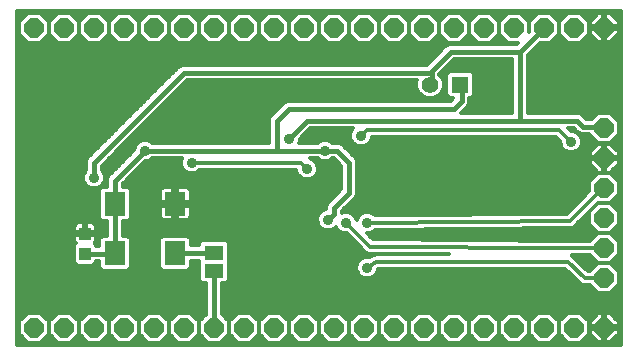
<source format=gbl>
G75*
G70*
%OFA0B0*%
%FSLAX24Y24*%
%IPPOS*%
%LPD*%
%AMOC8*
5,1,8,0,0,1.08239X$1,22.5*
%
%ADD10OC8,0.0640*%
%ADD11R,0.0709X0.0787*%
%ADD12R,0.0630X0.0460*%
%ADD13R,0.0394X0.0433*%
%ADD14R,0.0555X0.0555*%
%ADD15C,0.0555*%
%ADD16C,0.0120*%
%ADD17C,0.0350*%
%ADD18C,0.0160*%
D10*
X003006Y001161D03*
X004006Y001161D03*
X005006Y001161D03*
X006006Y001161D03*
X007006Y001161D03*
X008006Y001161D03*
X009006Y001161D03*
X010006Y001161D03*
X011006Y001161D03*
X012006Y001161D03*
X013006Y001161D03*
X014006Y001161D03*
X015006Y001161D03*
X016006Y001161D03*
X017006Y001161D03*
X018006Y001161D03*
X019006Y001161D03*
X020006Y001161D03*
X021006Y001161D03*
X022006Y001161D03*
X022006Y002811D03*
X022006Y003811D03*
X022006Y004811D03*
X022006Y005811D03*
X022006Y006811D03*
X022006Y007811D03*
X022006Y011161D03*
X021006Y011161D03*
X020006Y011161D03*
X019006Y011161D03*
X018006Y011161D03*
X017006Y011161D03*
X016006Y011161D03*
X015006Y011161D03*
X014006Y011161D03*
X013006Y011161D03*
X012006Y011161D03*
X011006Y011161D03*
X010006Y011161D03*
X009006Y011161D03*
X008006Y011161D03*
X007006Y011161D03*
X006006Y011161D03*
X005006Y011161D03*
X004006Y011161D03*
X003006Y011161D03*
D11*
X005706Y005288D03*
X007706Y005288D03*
X007706Y003634D03*
X005706Y003634D03*
D12*
X009006Y003661D03*
X009006Y003061D03*
D13*
X004706Y003627D03*
X004706Y004296D03*
D14*
X017206Y009261D03*
D15*
X016206Y009261D03*
D16*
X002436Y011731D02*
X002436Y000591D01*
X022576Y000591D01*
X022576Y011731D01*
X002436Y011731D01*
X002436Y011660D02*
X002797Y011660D01*
X002799Y011661D02*
X002506Y011368D01*
X002506Y010954D01*
X002799Y010661D01*
X003213Y010661D01*
X003506Y010954D01*
X003799Y010661D01*
X004213Y010661D01*
X004506Y010954D01*
X004799Y010661D01*
X005213Y010661D01*
X005506Y010954D01*
X005799Y010661D01*
X006213Y010661D01*
X006506Y010954D01*
X006799Y010661D01*
X007213Y010661D01*
X007506Y010954D01*
X007799Y010661D01*
X008213Y010661D01*
X008506Y010954D01*
X008799Y010661D01*
X009213Y010661D01*
X009506Y010954D01*
X009799Y010661D01*
X010213Y010661D01*
X010506Y010954D01*
X010799Y010661D01*
X011213Y010661D01*
X011506Y010954D01*
X011799Y010661D01*
X012213Y010661D01*
X012506Y010954D01*
X012799Y010661D01*
X013213Y010661D01*
X013506Y010954D01*
X013799Y010661D01*
X014213Y010661D01*
X014506Y010954D01*
X014799Y010661D01*
X015213Y010661D01*
X015506Y010954D01*
X015799Y010661D01*
X016213Y010661D01*
X016506Y010954D01*
X016799Y010661D01*
X017213Y010661D01*
X017506Y010954D01*
X017799Y010661D01*
X018213Y010661D01*
X018506Y010954D01*
X018799Y010661D01*
X019138Y010661D01*
X019098Y010621D01*
X016854Y010621D01*
X016758Y010582D01*
X016685Y010509D01*
X016098Y009921D01*
X007954Y009921D01*
X007858Y009882D01*
X007785Y009809D01*
X004785Y006809D01*
X004746Y006713D01*
X004746Y006610D01*
X004746Y006403D01*
X004705Y006362D01*
X004651Y006232D01*
X004651Y006091D01*
X004705Y005960D01*
X004805Y005860D01*
X004935Y005806D01*
X005076Y005806D01*
X005207Y005860D01*
X005307Y005960D01*
X005361Y006091D01*
X005361Y006232D01*
X005307Y006362D01*
X005266Y006403D01*
X005266Y006554D01*
X008113Y009401D01*
X015769Y009401D01*
X015748Y009352D01*
X015748Y009170D01*
X015818Y009002D01*
X015946Y008873D01*
X016115Y008804D01*
X016297Y008804D01*
X016465Y008873D01*
X016593Y009002D01*
X016663Y009170D01*
X016663Y009352D01*
X016593Y009520D01*
X016516Y009598D01*
X016516Y009604D01*
X017013Y010101D01*
X018946Y010101D01*
X018946Y008321D01*
X017233Y008321D01*
X017403Y008491D01*
X017476Y008564D01*
X017516Y008660D01*
X017516Y008804D01*
X017558Y008804D01*
X017663Y008909D01*
X017663Y009613D01*
X017558Y009719D01*
X016854Y009719D01*
X016748Y009613D01*
X016748Y008909D01*
X016854Y008804D01*
X016981Y008804D01*
X016898Y008721D01*
X011557Y008721D01*
X011454Y008721D01*
X011358Y008682D01*
X010958Y008282D01*
X010885Y008209D01*
X010846Y008113D01*
X010846Y007321D01*
X006948Y007321D01*
X006907Y007362D01*
X006776Y007416D01*
X006635Y007416D01*
X006505Y007362D01*
X006405Y007262D01*
X006351Y007132D01*
X006351Y007074D01*
X005485Y006209D01*
X005446Y006113D01*
X005446Y006010D01*
X005446Y005862D01*
X005277Y005862D01*
X005171Y005756D01*
X005171Y004820D01*
X005277Y004714D01*
X005446Y004714D01*
X005446Y004208D01*
X005277Y004208D01*
X005171Y004103D01*
X005171Y003887D01*
X005082Y003887D01*
X005082Y003918D01*
X005025Y003975D01*
X005031Y003981D01*
X005052Y004018D01*
X005062Y004058D01*
X005062Y004257D01*
X004744Y004257D01*
X004744Y004334D01*
X005062Y004334D01*
X005062Y004534D01*
X005052Y004574D01*
X005031Y004611D01*
X005001Y004640D01*
X004964Y004661D01*
X004924Y004672D01*
X004744Y004672D01*
X004744Y004335D01*
X004667Y004335D01*
X004667Y004672D01*
X004488Y004672D01*
X004447Y004661D01*
X004411Y004640D01*
X004381Y004611D01*
X004360Y004574D01*
X004349Y004534D01*
X004349Y004334D01*
X004667Y004334D01*
X004667Y004257D01*
X004349Y004257D01*
X004349Y004058D01*
X004360Y004018D01*
X004381Y003981D01*
X004387Y003975D01*
X004329Y003918D01*
X004329Y003336D01*
X004434Y003230D01*
X004977Y003230D01*
X005082Y003336D01*
X005082Y003367D01*
X005171Y003367D01*
X005171Y003166D01*
X005277Y003061D01*
X006135Y003061D01*
X006240Y003166D01*
X006240Y004103D01*
X006135Y004208D01*
X005966Y004208D01*
X005966Y004714D01*
X006135Y004714D01*
X006240Y004820D01*
X006240Y005756D01*
X006135Y005862D01*
X005966Y005862D01*
X005966Y005954D01*
X006718Y006706D01*
X006776Y006706D01*
X006907Y006760D01*
X006948Y006801D01*
X007929Y006801D01*
X007901Y006732D01*
X007901Y006591D01*
X007955Y006460D01*
X008055Y006360D01*
X008185Y006306D01*
X008326Y006306D01*
X008457Y006360D01*
X008518Y006421D01*
X011751Y006421D01*
X011751Y006391D01*
X011805Y006260D01*
X011905Y006160D01*
X012035Y006106D01*
X012176Y006106D01*
X012307Y006160D01*
X012407Y006260D01*
X012461Y006391D01*
X012461Y006532D01*
X012407Y006662D01*
X012307Y006762D01*
X012212Y006801D01*
X012464Y006801D01*
X012505Y006760D01*
X012635Y006706D01*
X012776Y006706D01*
X012907Y006760D01*
X012948Y006801D01*
X012998Y006801D01*
X013246Y006554D01*
X013246Y005769D01*
X012858Y005382D01*
X012785Y005309D01*
X012746Y005213D01*
X012746Y005116D01*
X012735Y005116D01*
X012605Y005062D01*
X012505Y004962D01*
X012451Y004832D01*
X012451Y004691D01*
X012505Y004560D01*
X012605Y004460D01*
X012735Y004406D01*
X012876Y004406D01*
X013007Y004460D01*
X013076Y004530D01*
X013105Y004460D01*
X013205Y004360D01*
X013335Y004306D01*
X013421Y004306D01*
X014036Y003692D01*
X014068Y003659D01*
X014069Y003658D01*
X014070Y003658D01*
X014111Y003641D01*
X014156Y003622D01*
X014157Y003622D01*
X014158Y003621D01*
X014202Y003621D01*
X016832Y003601D01*
X014429Y003601D01*
X014406Y003606D01*
X014382Y003601D01*
X014358Y003601D01*
X014336Y003592D01*
X014312Y003587D01*
X014292Y003574D01*
X014270Y003565D01*
X014253Y003548D01*
X014194Y003509D01*
X014176Y003516D01*
X014035Y003516D01*
X013905Y003462D01*
X013805Y003362D01*
X013751Y003232D01*
X013751Y003091D01*
X013805Y002960D01*
X013905Y002860D01*
X014035Y002806D01*
X014176Y002806D01*
X014307Y002860D01*
X014407Y002960D01*
X014461Y003091D01*
X014461Y003109D01*
X014478Y003121D01*
X020706Y003121D01*
X021220Y002608D01*
X021308Y002571D01*
X021403Y002571D01*
X021539Y002571D01*
X021799Y002311D01*
X022213Y002311D01*
X022506Y002604D01*
X022506Y003018D01*
X022213Y003311D01*
X021799Y003311D01*
X022213Y003311D01*
X022506Y003604D01*
X022506Y004018D01*
X022213Y004311D01*
X021799Y004311D01*
X021539Y004051D01*
X020759Y004051D01*
X014306Y004100D01*
X014100Y004306D01*
X014176Y004306D01*
X014307Y004360D01*
X014370Y004423D01*
X020857Y004471D01*
X020903Y004471D01*
X020904Y004472D01*
X020905Y004472D01*
X020948Y004490D01*
X020992Y004508D01*
X020992Y004508D01*
X020993Y004509D01*
X021025Y004542D01*
X021797Y005313D01*
X021799Y005311D01*
X022213Y005311D01*
X021799Y005311D01*
X021506Y005018D01*
X021506Y004604D01*
X021799Y004311D01*
X022213Y004311D01*
X022506Y004604D01*
X022506Y005018D01*
X022213Y005311D01*
X022506Y005604D01*
X022506Y006018D01*
X022213Y006311D01*
X021799Y006311D01*
X021506Y006018D01*
X021506Y005701D01*
X020756Y004950D01*
X014366Y004903D01*
X014307Y004962D01*
X014176Y005016D01*
X014035Y005016D01*
X013905Y004962D01*
X013805Y004862D01*
X013756Y004744D01*
X013707Y004862D01*
X013607Y004962D01*
X013476Y005016D01*
X013335Y005016D01*
X013266Y004987D01*
X013266Y005013D01*
X013266Y005054D01*
X013726Y005514D01*
X013766Y005610D01*
X013766Y005713D01*
X013766Y006713D01*
X013726Y006809D01*
X013653Y006882D01*
X013253Y007282D01*
X013157Y007321D01*
X013054Y007321D01*
X012948Y007321D01*
X012907Y007362D01*
X012776Y007416D01*
X012635Y007416D01*
X012505Y007362D01*
X012464Y007321D01*
X011832Y007321D01*
X011861Y007391D01*
X011861Y007449D01*
X012213Y007801D01*
X013644Y007801D01*
X013605Y007762D01*
X013551Y007632D01*
X013551Y007491D01*
X013605Y007360D01*
X013705Y007260D01*
X013835Y007206D01*
X013976Y007206D01*
X014107Y007260D01*
X014207Y007360D01*
X014261Y007491D01*
X014261Y007521D01*
X020406Y007521D01*
X020551Y007377D01*
X020551Y007291D01*
X020605Y007160D01*
X020705Y007060D01*
X020835Y007006D01*
X020976Y007006D01*
X021107Y007060D01*
X021207Y007160D01*
X021261Y007291D01*
X021261Y007432D01*
X021207Y007562D01*
X021107Y007662D01*
X020976Y007716D01*
X020890Y007716D01*
X020805Y007801D01*
X020998Y007801D01*
X021085Y007714D01*
X021158Y007641D01*
X021254Y007601D01*
X021509Y007601D01*
X021799Y007311D01*
X022213Y007311D01*
X022506Y007604D01*
X022506Y008018D01*
X022213Y008311D01*
X021799Y008311D01*
X021609Y008121D01*
X021413Y008121D01*
X021253Y008282D01*
X021157Y008321D01*
X021054Y008321D01*
X019466Y008321D01*
X019466Y010254D01*
X019873Y010661D01*
X020213Y010661D01*
X020506Y010954D01*
X020799Y010661D01*
X021213Y010661D01*
X021506Y010954D01*
X021506Y011368D01*
X021213Y011661D01*
X020799Y011661D01*
X020506Y011368D01*
X020213Y011661D01*
X019799Y011661D01*
X019506Y011368D01*
X019213Y011661D01*
X018799Y011661D01*
X018506Y011368D01*
X018506Y010954D01*
X018506Y011368D01*
X018213Y011661D01*
X017799Y011661D01*
X017506Y011368D01*
X017213Y011661D01*
X016799Y011661D01*
X016506Y011368D01*
X016213Y011661D01*
X015799Y011661D01*
X015506Y011368D01*
X015213Y011661D01*
X014799Y011661D01*
X014506Y011368D01*
X014213Y011661D01*
X013799Y011661D01*
X013506Y011368D01*
X013213Y011661D01*
X012799Y011661D01*
X012506Y011368D01*
X012213Y011661D01*
X011799Y011661D01*
X011506Y011368D01*
X011213Y011661D01*
X010799Y011661D01*
X010506Y011368D01*
X010213Y011661D01*
X009799Y011661D01*
X009506Y011368D01*
X009213Y011661D01*
X008799Y011661D01*
X008506Y011368D01*
X008213Y011661D01*
X007799Y011661D01*
X007506Y011368D01*
X007213Y011661D01*
X006799Y011661D01*
X006506Y011368D01*
X006213Y011661D01*
X005799Y011661D01*
X005506Y011368D01*
X005213Y011661D01*
X004799Y011661D01*
X004506Y011368D01*
X004213Y011661D01*
X003799Y011661D01*
X003506Y011368D01*
X003213Y011661D01*
X002799Y011661D01*
X002679Y011541D02*
X002436Y011541D01*
X002436Y011423D02*
X002560Y011423D01*
X002506Y011304D02*
X002436Y011304D01*
X002436Y011186D02*
X002506Y011186D01*
X002506Y011067D02*
X002436Y011067D01*
X002436Y010949D02*
X002511Y010949D01*
X002436Y010830D02*
X002630Y010830D01*
X002748Y010712D02*
X002436Y010712D01*
X002436Y010593D02*
X016786Y010593D01*
X016748Y010712D02*
X016263Y010712D01*
X016382Y010830D02*
X016630Y010830D01*
X016511Y010949D02*
X016500Y010949D01*
X016506Y010954D02*
X016506Y011368D01*
X016506Y010954D01*
X016506Y011067D02*
X016506Y011067D01*
X016506Y011186D02*
X016506Y011186D01*
X016506Y011304D02*
X016506Y011304D01*
X016560Y011423D02*
X016451Y011423D01*
X016333Y011541D02*
X016679Y011541D01*
X016797Y011660D02*
X016214Y011660D01*
X015797Y011660D02*
X015214Y011660D01*
X015333Y011541D02*
X015679Y011541D01*
X015560Y011423D02*
X015451Y011423D01*
X015506Y011368D02*
X015506Y010954D01*
X015506Y011368D01*
X015506Y011304D02*
X015506Y011304D01*
X015506Y011186D02*
X015506Y011186D01*
X015506Y011067D02*
X015506Y011067D01*
X015500Y010949D02*
X015511Y010949D01*
X015630Y010830D02*
X015382Y010830D01*
X015263Y010712D02*
X015748Y010712D01*
X016414Y010237D02*
X002436Y010237D01*
X002436Y010119D02*
X016296Y010119D01*
X016177Y010000D02*
X002436Y010000D01*
X002436Y009882D02*
X007859Y009882D01*
X007740Y009763D02*
X002436Y009763D01*
X002436Y009645D02*
X007621Y009645D01*
X007503Y009526D02*
X002436Y009526D01*
X002436Y009408D02*
X007384Y009408D01*
X007266Y009289D02*
X002436Y009289D01*
X002436Y009171D02*
X007147Y009171D01*
X007029Y009052D02*
X002436Y009052D01*
X002436Y008933D02*
X006910Y008933D01*
X006792Y008815D02*
X002436Y008815D01*
X002436Y008696D02*
X006673Y008696D01*
X006555Y008578D02*
X002436Y008578D01*
X002436Y008459D02*
X006436Y008459D01*
X006317Y008341D02*
X002436Y008341D01*
X002436Y008222D02*
X006199Y008222D01*
X006080Y008104D02*
X002436Y008104D01*
X002436Y007985D02*
X005962Y007985D01*
X005843Y007867D02*
X002436Y007867D01*
X002436Y007748D02*
X005725Y007748D01*
X005606Y007629D02*
X002436Y007629D01*
X002436Y007511D02*
X005488Y007511D01*
X005369Y007392D02*
X002436Y007392D01*
X002436Y007274D02*
X005251Y007274D01*
X005132Y007155D02*
X002436Y007155D01*
X002436Y007037D02*
X005014Y007037D01*
X004895Y006918D02*
X002436Y006918D01*
X002436Y006800D02*
X004782Y006800D01*
X004746Y006681D02*
X002436Y006681D01*
X002436Y006563D02*
X004746Y006563D01*
X004746Y006444D02*
X002436Y006444D01*
X002436Y006326D02*
X004689Y006326D01*
X004651Y006207D02*
X002436Y006207D01*
X002436Y006088D02*
X004652Y006088D01*
X004701Y005970D02*
X002436Y005970D01*
X002436Y005851D02*
X004826Y005851D01*
X005185Y005851D02*
X005266Y005851D01*
X005311Y005970D02*
X005446Y005970D01*
X005446Y006088D02*
X005360Y006088D01*
X005361Y006207D02*
X005485Y006207D01*
X005602Y006326D02*
X005322Y006326D01*
X005266Y006444D02*
X005721Y006444D01*
X005839Y006563D02*
X005275Y006563D01*
X005393Y006681D02*
X005958Y006681D01*
X006076Y006800D02*
X005512Y006800D01*
X005630Y006918D02*
X006195Y006918D01*
X006314Y007037D02*
X005749Y007037D01*
X005867Y007155D02*
X006360Y007155D01*
X006416Y007274D02*
X005986Y007274D01*
X006104Y007392D02*
X006578Y007392D01*
X006834Y007392D02*
X010846Y007392D01*
X010846Y007511D02*
X006223Y007511D01*
X006342Y007629D02*
X010846Y007629D01*
X010846Y007748D02*
X006460Y007748D01*
X006579Y007867D02*
X010846Y007867D01*
X010846Y007985D02*
X006697Y007985D01*
X006816Y008104D02*
X010846Y008104D01*
X010899Y008222D02*
X006934Y008222D01*
X007053Y008341D02*
X011017Y008341D01*
X011136Y008459D02*
X007171Y008459D01*
X007290Y008578D02*
X011255Y008578D01*
X011394Y008696D02*
X007408Y008696D01*
X007527Y008815D02*
X016088Y008815D01*
X015886Y008933D02*
X007646Y008933D01*
X007764Y009052D02*
X015797Y009052D01*
X015748Y009171D02*
X007883Y009171D01*
X008001Y009289D02*
X015748Y009289D01*
X016324Y008815D02*
X016842Y008815D01*
X016748Y008933D02*
X016525Y008933D01*
X016614Y009052D02*
X016748Y009052D01*
X016748Y009171D02*
X016663Y009171D01*
X016663Y009289D02*
X016748Y009289D01*
X016748Y009408D02*
X016640Y009408D01*
X016588Y009526D02*
X016748Y009526D01*
X016780Y009645D02*
X016557Y009645D01*
X016675Y009763D02*
X018946Y009763D01*
X018946Y009645D02*
X017632Y009645D01*
X017663Y009526D02*
X018946Y009526D01*
X018946Y009408D02*
X017663Y009408D01*
X017663Y009289D02*
X018946Y009289D01*
X018946Y009171D02*
X017663Y009171D01*
X017663Y009052D02*
X018946Y009052D01*
X018946Y008933D02*
X017663Y008933D01*
X017569Y008815D02*
X018946Y008815D01*
X018946Y008696D02*
X017516Y008696D01*
X017482Y008578D02*
X018946Y008578D01*
X018946Y008459D02*
X017371Y008459D01*
X017403Y008491D02*
X017403Y008491D01*
X017253Y008341D02*
X018946Y008341D01*
X019466Y008341D02*
X022576Y008341D01*
X022576Y008459D02*
X019466Y008459D01*
X019466Y008578D02*
X022576Y008578D01*
X022576Y008696D02*
X019466Y008696D01*
X019466Y008815D02*
X022576Y008815D01*
X022576Y008933D02*
X019466Y008933D01*
X019466Y009052D02*
X022576Y009052D01*
X022576Y009171D02*
X019466Y009171D01*
X019466Y009289D02*
X022576Y009289D01*
X022576Y009408D02*
X019466Y009408D01*
X019466Y009526D02*
X022576Y009526D01*
X022576Y009645D02*
X019466Y009645D01*
X019466Y009763D02*
X022576Y009763D01*
X022576Y009882D02*
X019466Y009882D01*
X019466Y010000D02*
X022576Y010000D01*
X022576Y010119D02*
X019466Y010119D01*
X019466Y010237D02*
X022576Y010237D01*
X022576Y010356D02*
X019568Y010356D01*
X019687Y010475D02*
X022576Y010475D01*
X022576Y010593D02*
X019805Y010593D01*
X020263Y010712D02*
X020748Y010712D01*
X020630Y010830D02*
X020382Y010830D01*
X020500Y010949D02*
X020511Y010949D01*
X020506Y010954D02*
X020506Y011368D01*
X020506Y010954D01*
X020506Y011067D02*
X020506Y011067D01*
X020506Y011186D02*
X020506Y011186D01*
X020506Y011304D02*
X020506Y011304D01*
X020560Y011423D02*
X020451Y011423D01*
X020333Y011541D02*
X020679Y011541D01*
X020797Y011660D02*
X020214Y011660D01*
X019797Y011660D02*
X019214Y011660D01*
X019333Y011541D02*
X019679Y011541D01*
X019560Y011423D02*
X019451Y011423D01*
X019506Y011368D02*
X019506Y011029D01*
X019506Y011029D01*
X019506Y011368D01*
X019506Y011304D02*
X019506Y011304D01*
X019506Y011186D02*
X019506Y011186D01*
X019506Y011067D02*
X019506Y011067D01*
X018748Y010712D02*
X018263Y010712D01*
X018382Y010830D02*
X018630Y010830D01*
X018511Y010949D02*
X018500Y010949D01*
X018506Y011067D02*
X018506Y011067D01*
X018506Y011186D02*
X018506Y011186D01*
X018506Y011304D02*
X018506Y011304D01*
X018560Y011423D02*
X018451Y011423D01*
X018333Y011541D02*
X018679Y011541D01*
X018797Y011660D02*
X018214Y011660D01*
X017797Y011660D02*
X017214Y011660D01*
X017333Y011541D02*
X017679Y011541D01*
X017560Y011423D02*
X017451Y011423D01*
X017506Y011368D02*
X017506Y010954D01*
X017506Y011368D01*
X017506Y011304D02*
X017506Y011304D01*
X017506Y011186D02*
X017506Y011186D01*
X017506Y011067D02*
X017506Y011067D01*
X017500Y010949D02*
X017511Y010949D01*
X017630Y010830D02*
X017382Y010830D01*
X017263Y010712D02*
X017748Y010712D01*
X016912Y010000D02*
X018946Y010000D01*
X018946Y009882D02*
X016794Y009882D01*
X016533Y010356D02*
X002436Y010356D01*
X002436Y010475D02*
X016651Y010475D01*
X014748Y010712D02*
X014263Y010712D01*
X014382Y010830D02*
X014630Y010830D01*
X014511Y010949D02*
X014500Y010949D01*
X014506Y010954D02*
X014506Y011368D01*
X014506Y010954D01*
X014506Y011067D02*
X014506Y011067D01*
X014506Y011186D02*
X014506Y011186D01*
X014506Y011304D02*
X014506Y011304D01*
X014560Y011423D02*
X014451Y011423D01*
X014333Y011541D02*
X014679Y011541D01*
X014797Y011660D02*
X014214Y011660D01*
X013797Y011660D02*
X013214Y011660D01*
X013333Y011541D02*
X013679Y011541D01*
X013560Y011423D02*
X013451Y011423D01*
X013506Y011368D02*
X013506Y010954D01*
X013506Y011368D01*
X013506Y011304D02*
X013506Y011304D01*
X013506Y011186D02*
X013506Y011186D01*
X013506Y011067D02*
X013506Y011067D01*
X013500Y010949D02*
X013511Y010949D01*
X013630Y010830D02*
X013382Y010830D01*
X013263Y010712D02*
X013748Y010712D01*
X012748Y010712D02*
X012263Y010712D01*
X012382Y010830D02*
X012630Y010830D01*
X012511Y010949D02*
X012500Y010949D01*
X012506Y010954D02*
X012506Y011368D01*
X012506Y010954D01*
X012506Y011067D02*
X012506Y011067D01*
X012506Y011186D02*
X012506Y011186D01*
X012506Y011304D02*
X012506Y011304D01*
X012560Y011423D02*
X012451Y011423D01*
X012333Y011541D02*
X012679Y011541D01*
X012797Y011660D02*
X012214Y011660D01*
X011797Y011660D02*
X011214Y011660D01*
X011333Y011541D02*
X011679Y011541D01*
X011560Y011423D02*
X011451Y011423D01*
X011506Y011368D02*
X011506Y010954D01*
X011506Y011368D01*
X011506Y011304D02*
X011506Y011304D01*
X011506Y011186D02*
X011506Y011186D01*
X011506Y011067D02*
X011506Y011067D01*
X011500Y010949D02*
X011511Y010949D01*
X011630Y010830D02*
X011382Y010830D01*
X011263Y010712D02*
X011748Y010712D01*
X010748Y010712D02*
X010263Y010712D01*
X010382Y010830D02*
X010630Y010830D01*
X010511Y010949D02*
X010500Y010949D01*
X010506Y010954D02*
X010506Y011368D01*
X010506Y010954D01*
X010506Y011067D02*
X010506Y011067D01*
X010506Y011186D02*
X010506Y011186D01*
X010506Y011304D02*
X010506Y011304D01*
X010560Y011423D02*
X010451Y011423D01*
X010333Y011541D02*
X010679Y011541D01*
X010797Y011660D02*
X010214Y011660D01*
X009797Y011660D02*
X009214Y011660D01*
X009333Y011541D02*
X009679Y011541D01*
X009560Y011423D02*
X009451Y011423D01*
X009506Y011368D02*
X009506Y010954D01*
X009506Y011368D01*
X009506Y011304D02*
X009506Y011304D01*
X009506Y011186D02*
X009506Y011186D01*
X009506Y011067D02*
X009506Y011067D01*
X009500Y010949D02*
X009511Y010949D01*
X009630Y010830D02*
X009382Y010830D01*
X009263Y010712D02*
X009748Y010712D01*
X008748Y010712D02*
X008263Y010712D01*
X008382Y010830D02*
X008630Y010830D01*
X008511Y010949D02*
X008500Y010949D01*
X008506Y010954D02*
X008506Y011368D01*
X008506Y010954D01*
X008506Y011067D02*
X008506Y011067D01*
X008506Y011186D02*
X008506Y011186D01*
X008506Y011304D02*
X008506Y011304D01*
X008560Y011423D02*
X008451Y011423D01*
X008333Y011541D02*
X008679Y011541D01*
X008797Y011660D02*
X008214Y011660D01*
X007797Y011660D02*
X007214Y011660D01*
X007333Y011541D02*
X007679Y011541D01*
X007560Y011423D02*
X007451Y011423D01*
X007506Y011368D02*
X007506Y010954D01*
X007506Y011368D01*
X007506Y011304D02*
X007506Y011304D01*
X007506Y011186D02*
X007506Y011186D01*
X007506Y011067D02*
X007506Y011067D01*
X007500Y010949D02*
X007511Y010949D01*
X007630Y010830D02*
X007382Y010830D01*
X007263Y010712D02*
X007748Y010712D01*
X006748Y010712D02*
X006263Y010712D01*
X006382Y010830D02*
X006630Y010830D01*
X006511Y010949D02*
X006500Y010949D01*
X006506Y010954D02*
X006506Y011368D01*
X006506Y010954D01*
X006506Y011067D02*
X006506Y011067D01*
X006506Y011186D02*
X006506Y011186D01*
X006506Y011304D02*
X006506Y011304D01*
X006560Y011423D02*
X006451Y011423D01*
X006333Y011541D02*
X006679Y011541D01*
X006797Y011660D02*
X006214Y011660D01*
X005797Y011660D02*
X005214Y011660D01*
X005333Y011541D02*
X005679Y011541D01*
X005560Y011423D02*
X005451Y011423D01*
X005506Y011368D02*
X005506Y010954D01*
X005506Y011368D01*
X005506Y011304D02*
X005506Y011304D01*
X005506Y011186D02*
X005506Y011186D01*
X005506Y011067D02*
X005506Y011067D01*
X005500Y010949D02*
X005511Y010949D01*
X005630Y010830D02*
X005382Y010830D01*
X005263Y010712D02*
X005748Y010712D01*
X004748Y010712D02*
X004263Y010712D01*
X004382Y010830D02*
X004630Y010830D01*
X004511Y010949D02*
X004500Y010949D01*
X004506Y010954D02*
X004506Y011368D01*
X004506Y010954D01*
X004506Y011067D02*
X004506Y011067D01*
X004506Y011186D02*
X004506Y011186D01*
X004506Y011304D02*
X004506Y011304D01*
X004560Y011423D02*
X004451Y011423D01*
X004333Y011541D02*
X004679Y011541D01*
X004797Y011660D02*
X004214Y011660D01*
X003797Y011660D02*
X003214Y011660D01*
X003333Y011541D02*
X003679Y011541D01*
X003560Y011423D02*
X003451Y011423D01*
X003506Y011368D02*
X003506Y010954D01*
X003506Y011368D01*
X003506Y011304D02*
X003506Y011304D01*
X003506Y011186D02*
X003506Y011186D01*
X003506Y011067D02*
X003506Y011067D01*
X003500Y010949D02*
X003511Y010949D01*
X003630Y010830D02*
X003382Y010830D01*
X003263Y010712D02*
X003748Y010712D01*
X006946Y006800D02*
X007929Y006800D01*
X007901Y006681D02*
X006693Y006681D01*
X006575Y006563D02*
X007912Y006563D01*
X007971Y006444D02*
X006456Y006444D01*
X006338Y006326D02*
X008139Y006326D01*
X008373Y006326D02*
X011778Y006326D01*
X011858Y006207D02*
X006219Y006207D01*
X006100Y006088D02*
X013246Y006088D01*
X013246Y005970D02*
X005982Y005970D01*
X006145Y005851D02*
X013246Y005851D01*
X013210Y005733D02*
X008212Y005733D01*
X008209Y005743D02*
X008220Y005703D01*
X008220Y005348D01*
X007766Y005348D01*
X007766Y005228D01*
X008220Y005228D01*
X008220Y004873D01*
X008209Y004833D01*
X008188Y004796D01*
X008158Y004766D01*
X008122Y004745D01*
X008081Y004734D01*
X007766Y004734D01*
X007766Y005228D01*
X007646Y005228D01*
X007646Y004734D01*
X007330Y004734D01*
X007290Y004745D01*
X007253Y004766D01*
X007223Y004796D01*
X007202Y004833D01*
X007191Y004873D01*
X007191Y005228D01*
X007646Y005228D01*
X007646Y005348D01*
X007766Y005348D01*
X007766Y005842D01*
X008081Y005842D01*
X008122Y005831D01*
X008158Y005810D01*
X008188Y005780D01*
X008209Y005743D01*
X008220Y005614D02*
X013091Y005614D01*
X012972Y005496D02*
X008220Y005496D01*
X008220Y005377D02*
X012854Y005377D01*
X012765Y005259D02*
X007766Y005259D01*
X007766Y005377D02*
X007646Y005377D01*
X007646Y005348D02*
X007646Y005842D01*
X007330Y005842D01*
X007290Y005831D01*
X007253Y005810D01*
X007223Y005780D01*
X007202Y005743D01*
X007191Y005703D01*
X007191Y005348D01*
X007646Y005348D01*
X007646Y005259D02*
X006240Y005259D01*
X006240Y005377D02*
X007191Y005377D01*
X007191Y005496D02*
X006240Y005496D01*
X006240Y005614D02*
X007191Y005614D01*
X007199Y005733D02*
X006240Y005733D01*
X006240Y005140D02*
X007191Y005140D01*
X007191Y005022D02*
X006240Y005022D01*
X006240Y004903D02*
X007191Y004903D01*
X007235Y004784D02*
X006205Y004784D01*
X005966Y004666D02*
X012461Y004666D01*
X012451Y004784D02*
X008176Y004784D01*
X008220Y004903D02*
X012480Y004903D01*
X012564Y005022D02*
X008220Y005022D01*
X008220Y005140D02*
X012746Y005140D01*
X013266Y005022D02*
X020827Y005022D01*
X020945Y005140D02*
X013352Y005140D01*
X013471Y005259D02*
X021064Y005259D01*
X021182Y005377D02*
X013589Y005377D01*
X013708Y005496D02*
X021301Y005496D01*
X021419Y005614D02*
X013766Y005614D01*
X013766Y005733D02*
X021506Y005733D01*
X021506Y005851D02*
X013766Y005851D01*
X013766Y005970D02*
X021506Y005970D01*
X021576Y006088D02*
X013766Y006088D01*
X013766Y006207D02*
X021694Y006207D01*
X021807Y006331D02*
X021966Y006331D01*
X021966Y006771D01*
X022046Y006771D01*
X022046Y006851D01*
X022486Y006851D01*
X022486Y007010D01*
X022204Y007291D01*
X022046Y007291D01*
X022046Y006851D01*
X021966Y006851D01*
X021965Y006851D02*
X021965Y006771D01*
X021526Y006771D01*
X021526Y006612D01*
X021807Y006331D01*
X021694Y006444D02*
X013766Y006444D01*
X013766Y006326D02*
X022576Y006326D01*
X022576Y006444D02*
X022317Y006444D01*
X022204Y006331D02*
X022486Y006612D01*
X022486Y006771D01*
X022046Y006771D01*
X022046Y006331D01*
X022204Y006331D01*
X022317Y006207D02*
X022576Y006207D01*
X022576Y006088D02*
X022436Y006088D01*
X022506Y005970D02*
X022576Y005970D01*
X022576Y005851D02*
X022506Y005851D01*
X022506Y005733D02*
X022576Y005733D01*
X022576Y005614D02*
X022506Y005614D01*
X022576Y005496D02*
X022397Y005496D01*
X022279Y005377D02*
X022576Y005377D01*
X022576Y005259D02*
X022265Y005259D01*
X022384Y005140D02*
X022576Y005140D01*
X022576Y005022D02*
X022502Y005022D01*
X022506Y004903D02*
X022576Y004903D01*
X022576Y004784D02*
X022506Y004784D01*
X022506Y004666D02*
X022576Y004666D01*
X022576Y004547D02*
X022449Y004547D01*
X022330Y004429D02*
X022576Y004429D01*
X022576Y004310D02*
X022214Y004310D01*
X022332Y004192D02*
X022576Y004192D01*
X022576Y004073D02*
X022451Y004073D01*
X022506Y003955D02*
X022576Y003955D01*
X022576Y003836D02*
X022506Y003836D01*
X022506Y003718D02*
X022576Y003718D01*
X022576Y003599D02*
X022501Y003599D01*
X022576Y003480D02*
X022382Y003480D01*
X022263Y003362D02*
X022576Y003362D01*
X022576Y003243D02*
X022281Y003243D01*
X022399Y003125D02*
X022576Y003125D01*
X022576Y003006D02*
X022506Y003006D01*
X022506Y002888D02*
X022576Y002888D01*
X022576Y002769D02*
X022506Y002769D01*
X022506Y002651D02*
X022576Y002651D01*
X022576Y002532D02*
X022434Y002532D01*
X022315Y002414D02*
X022576Y002414D01*
X022576Y002295D02*
X009266Y002295D01*
X009266Y002176D02*
X022576Y002176D01*
X022576Y002058D02*
X009266Y002058D01*
X009266Y001939D02*
X022576Y001939D01*
X022576Y001821D02*
X009266Y001821D01*
X009266Y001702D02*
X022576Y001702D01*
X022576Y001584D02*
X022262Y001584D01*
X022204Y001641D02*
X022046Y001641D01*
X022046Y001201D01*
X022486Y001201D01*
X022486Y001360D01*
X022204Y001641D01*
X022046Y001584D02*
X021966Y001584D01*
X021966Y001641D02*
X021807Y001641D01*
X021526Y001360D01*
X021526Y001201D01*
X021965Y001201D01*
X021965Y001121D01*
X021526Y001121D01*
X021526Y000962D01*
X021807Y000681D01*
X021966Y000681D01*
X021966Y001121D01*
X022046Y001121D01*
X022046Y001201D01*
X021966Y001201D01*
X021966Y001641D01*
X021966Y001465D02*
X022046Y001465D01*
X022046Y001347D02*
X021966Y001347D01*
X021966Y001228D02*
X022046Y001228D01*
X022046Y001121D02*
X022486Y001121D01*
X022486Y000962D01*
X022204Y000681D01*
X022046Y000681D01*
X022046Y001121D01*
X022046Y001110D02*
X021966Y001110D01*
X021966Y000991D02*
X022046Y000991D01*
X022046Y000873D02*
X021966Y000873D01*
X021966Y000754D02*
X022046Y000754D01*
X022277Y000754D02*
X022576Y000754D01*
X022576Y000873D02*
X022396Y000873D01*
X022486Y000991D02*
X022576Y000991D01*
X022576Y001110D02*
X022486Y001110D01*
X022486Y001228D02*
X022576Y001228D01*
X022576Y001347D02*
X022486Y001347D01*
X022576Y001465D02*
X022380Y001465D01*
X021749Y001584D02*
X021290Y001584D01*
X021213Y001661D02*
X020799Y001661D01*
X020506Y001368D01*
X020506Y000954D01*
X020799Y000661D01*
X021213Y000661D01*
X021506Y000954D01*
X021506Y001368D01*
X021213Y001661D01*
X021409Y001465D02*
X021631Y001465D01*
X021526Y001347D02*
X021506Y001347D01*
X021506Y001228D02*
X021526Y001228D01*
X021526Y001110D02*
X021506Y001110D01*
X021506Y000991D02*
X021526Y000991D01*
X021616Y000873D02*
X021424Y000873D01*
X021305Y000754D02*
X021734Y000754D01*
X022576Y000635D02*
X002436Y000635D01*
X002436Y000754D02*
X002706Y000754D01*
X002799Y000661D02*
X002506Y000954D01*
X002506Y001368D01*
X002799Y001661D01*
X003213Y001661D01*
X003506Y001368D01*
X003506Y000954D01*
X003799Y000661D01*
X004213Y000661D01*
X004506Y000954D01*
X004799Y000661D01*
X005213Y000661D01*
X005506Y000954D01*
X005799Y000661D01*
X006213Y000661D01*
X006506Y000954D01*
X006799Y000661D01*
X007213Y000661D01*
X007506Y000954D01*
X007799Y000661D01*
X008213Y000661D01*
X008506Y000954D01*
X008799Y000661D01*
X009213Y000661D01*
X009506Y000954D01*
X009799Y000661D01*
X010213Y000661D01*
X010506Y000954D01*
X010799Y000661D01*
X011213Y000661D01*
X011506Y000954D01*
X011799Y000661D01*
X012213Y000661D01*
X012506Y000954D01*
X012799Y000661D01*
X013213Y000661D01*
X013506Y000954D01*
X013799Y000661D01*
X014213Y000661D01*
X014506Y000954D01*
X014799Y000661D01*
X015213Y000661D01*
X015506Y000954D01*
X015799Y000661D01*
X016213Y000661D01*
X016506Y000954D01*
X016799Y000661D01*
X017213Y000661D01*
X017506Y000954D01*
X017799Y000661D01*
X018213Y000661D01*
X018506Y000954D01*
X018799Y000661D01*
X019213Y000661D01*
X019506Y000954D01*
X019799Y000661D01*
X020213Y000661D01*
X020506Y000954D01*
X020506Y001368D01*
X020213Y001661D01*
X019799Y001661D01*
X019506Y001368D01*
X019506Y000954D01*
X019506Y001368D01*
X019213Y001661D01*
X018799Y001661D01*
X018506Y001368D01*
X018506Y000954D01*
X018506Y001368D01*
X018213Y001661D01*
X017799Y001661D01*
X017506Y001368D01*
X017506Y000954D01*
X017506Y001368D01*
X017213Y001661D01*
X016799Y001661D01*
X016506Y001368D01*
X016506Y000954D01*
X016506Y001368D01*
X016213Y001661D01*
X015799Y001661D01*
X015506Y001368D01*
X015506Y000954D01*
X015506Y001368D01*
X015213Y001661D01*
X014799Y001661D01*
X014506Y001368D01*
X014506Y000954D01*
X014506Y001368D01*
X014213Y001661D01*
X013799Y001661D01*
X013506Y001368D01*
X013506Y000954D01*
X013506Y001368D01*
X013213Y001661D01*
X012799Y001661D01*
X012506Y001368D01*
X012506Y000954D01*
X012506Y001368D01*
X012213Y001661D01*
X011799Y001661D01*
X011506Y001368D01*
X011506Y000954D01*
X011506Y001368D01*
X011213Y001661D01*
X010799Y001661D01*
X010506Y001368D01*
X010506Y000954D01*
X010506Y001368D01*
X010213Y001661D01*
X009799Y001661D01*
X009506Y001368D01*
X009506Y000954D01*
X009506Y001368D01*
X009266Y001608D01*
X009266Y002651D01*
X009395Y002651D01*
X009501Y002757D01*
X009501Y003366D01*
X009501Y003966D01*
X009395Y004071D01*
X008616Y004071D01*
X008511Y003966D01*
X008511Y003911D01*
X008240Y003906D01*
X008240Y004103D01*
X008135Y004208D01*
X007277Y004208D01*
X007171Y004103D01*
X007171Y003166D01*
X007277Y003061D01*
X008135Y003061D01*
X008240Y003166D01*
X008240Y003385D01*
X008511Y003391D01*
X008511Y003366D01*
X008511Y002757D01*
X008616Y002651D01*
X008746Y002651D01*
X008746Y001608D01*
X008506Y001368D01*
X008213Y001661D01*
X007799Y001661D01*
X007506Y001368D01*
X007506Y000954D01*
X007506Y001368D01*
X007213Y001661D01*
X006799Y001661D01*
X006506Y001368D01*
X006506Y000954D01*
X006506Y001368D01*
X006213Y001661D01*
X005799Y001661D01*
X005506Y001368D01*
X005506Y000954D01*
X005506Y001368D01*
X005213Y001661D01*
X004799Y001661D01*
X004506Y001368D01*
X004506Y000954D01*
X004506Y001368D01*
X004213Y001661D01*
X003799Y001661D01*
X003506Y001368D01*
X003506Y000954D01*
X003213Y000661D01*
X002799Y000661D01*
X002587Y000873D02*
X002436Y000873D01*
X002436Y000991D02*
X002506Y000991D01*
X002506Y001110D02*
X002436Y001110D01*
X002436Y001228D02*
X002506Y001228D01*
X002506Y001347D02*
X002436Y001347D01*
X002436Y001465D02*
X002603Y001465D01*
X002721Y001584D02*
X002436Y001584D01*
X002436Y001702D02*
X008746Y001702D01*
X008746Y001821D02*
X002436Y001821D01*
X002436Y001939D02*
X008746Y001939D01*
X008746Y002058D02*
X002436Y002058D01*
X002436Y002176D02*
X008746Y002176D01*
X008746Y002295D02*
X002436Y002295D01*
X002436Y002414D02*
X008746Y002414D01*
X008746Y002532D02*
X002436Y002532D01*
X002436Y002651D02*
X008746Y002651D01*
X008511Y002769D02*
X002436Y002769D01*
X002436Y002888D02*
X008511Y002888D01*
X008511Y003006D02*
X002436Y003006D01*
X002436Y003125D02*
X005213Y003125D01*
X005171Y003243D02*
X004990Y003243D01*
X005082Y003362D02*
X005171Y003362D01*
X004421Y003243D02*
X002436Y003243D01*
X002436Y003362D02*
X004329Y003362D01*
X004329Y003480D02*
X002436Y003480D01*
X002436Y003599D02*
X004329Y003599D01*
X004329Y003718D02*
X002436Y003718D01*
X002436Y003836D02*
X004329Y003836D01*
X004366Y003955D02*
X002436Y003955D01*
X002436Y004073D02*
X004349Y004073D01*
X004349Y004192D02*
X002436Y004192D01*
X002436Y004310D02*
X004667Y004310D01*
X004744Y004310D02*
X005446Y004310D01*
X005446Y004429D02*
X005062Y004429D01*
X005059Y004547D02*
X005446Y004547D01*
X005446Y004666D02*
X004948Y004666D01*
X004744Y004666D02*
X004667Y004666D01*
X004667Y004547D02*
X004744Y004547D01*
X004744Y004429D02*
X004667Y004429D01*
X004464Y004666D02*
X002436Y004666D01*
X002436Y004784D02*
X005207Y004784D01*
X005171Y004903D02*
X002436Y004903D01*
X002436Y005022D02*
X005171Y005022D01*
X005171Y005140D02*
X002436Y005140D01*
X002436Y005259D02*
X005171Y005259D01*
X005171Y005377D02*
X002436Y005377D01*
X002436Y005496D02*
X005171Y005496D01*
X005171Y005614D02*
X002436Y005614D01*
X002436Y005733D02*
X005171Y005733D01*
X005966Y004547D02*
X012518Y004547D01*
X012681Y004429D02*
X005966Y004429D01*
X005966Y004310D02*
X013325Y004310D01*
X013136Y004429D02*
X012931Y004429D01*
X013406Y004661D02*
X014206Y003861D01*
X020756Y003811D01*
X022006Y003811D01*
X021679Y004192D02*
X014215Y004192D01*
X014186Y004310D02*
X021798Y004310D01*
X021681Y004429D02*
X015125Y004429D01*
X014106Y004661D02*
X020856Y004711D01*
X022006Y005861D01*
X022006Y005811D01*
X021746Y005259D02*
X021742Y005259D01*
X021627Y005140D02*
X021624Y005140D01*
X021509Y005022D02*
X021505Y005022D01*
X021506Y004903D02*
X021387Y004903D01*
X021268Y004784D02*
X021506Y004784D01*
X021506Y004666D02*
X021150Y004666D01*
X021031Y004547D02*
X021562Y004547D01*
X021561Y004073D02*
X017878Y004073D01*
X020806Y003361D02*
X021356Y002811D01*
X022006Y002811D01*
X021612Y003125D02*
X021381Y003125D01*
X021455Y003051D02*
X020942Y003565D01*
X020926Y003571D01*
X021539Y003571D01*
X021799Y003311D01*
X021539Y003051D01*
X021455Y003051D01*
X021263Y003243D02*
X021731Y003243D01*
X021748Y003362D02*
X021144Y003362D01*
X021026Y003480D02*
X021629Y003480D01*
X020806Y003361D02*
X014406Y003361D01*
X014106Y003161D01*
X013786Y003006D02*
X009501Y003006D01*
X009501Y002888D02*
X013877Y002888D01*
X013751Y003125D02*
X009501Y003125D01*
X009501Y003243D02*
X013755Y003243D01*
X013805Y003362D02*
X009501Y003362D01*
X009501Y003480D02*
X013949Y003480D01*
X014353Y003599D02*
X009501Y003599D01*
X009501Y003718D02*
X014010Y003718D01*
X013891Y003836D02*
X009501Y003836D01*
X009501Y003955D02*
X013773Y003955D01*
X013654Y004073D02*
X008240Y004073D01*
X008240Y003955D02*
X008511Y003955D01*
X008151Y004192D02*
X013536Y004192D01*
X013739Y004784D02*
X013772Y004784D01*
X013845Y004903D02*
X013666Y004903D01*
X013246Y006207D02*
X012353Y006207D01*
X012434Y006326D02*
X013246Y006326D01*
X013246Y006444D02*
X012461Y006444D01*
X012448Y006563D02*
X013237Y006563D01*
X013118Y006681D02*
X012388Y006681D01*
X012465Y006800D02*
X012216Y006800D01*
X011906Y006661D02*
X012106Y006461D01*
X011906Y006661D02*
X008256Y006661D01*
X007766Y005733D02*
X007646Y005733D01*
X007646Y005614D02*
X007766Y005614D01*
X007766Y005496D02*
X007646Y005496D01*
X007646Y005140D02*
X007766Y005140D01*
X007766Y005022D02*
X007646Y005022D01*
X007646Y004903D02*
X007766Y004903D01*
X007766Y004784D02*
X007646Y004784D01*
X007260Y004192D02*
X006151Y004192D01*
X006240Y004073D02*
X007171Y004073D01*
X007171Y003955D02*
X006240Y003955D01*
X006240Y003836D02*
X007171Y003836D01*
X007171Y003718D02*
X006240Y003718D01*
X006240Y003599D02*
X007171Y003599D01*
X007171Y003480D02*
X006240Y003480D01*
X006240Y003362D02*
X007171Y003362D01*
X007171Y003243D02*
X006240Y003243D01*
X006199Y003125D02*
X007213Y003125D01*
X008199Y003125D02*
X008511Y003125D01*
X008511Y003243D02*
X008240Y003243D01*
X008240Y003362D02*
X008511Y003362D01*
X009501Y002769D02*
X021058Y002769D01*
X020940Y002888D02*
X014334Y002888D01*
X014426Y003006D02*
X020821Y003006D01*
X021177Y002651D02*
X009266Y002651D01*
X009266Y002532D02*
X021578Y002532D01*
X021696Y002414D02*
X009266Y002414D01*
X009290Y001584D02*
X009721Y001584D01*
X009603Y001465D02*
X009409Y001465D01*
X009506Y001347D02*
X009506Y001347D01*
X009506Y001228D02*
X009506Y001228D01*
X009506Y001110D02*
X009506Y001110D01*
X009506Y000991D02*
X009506Y000991D01*
X009424Y000873D02*
X009587Y000873D01*
X009706Y000754D02*
X009305Y000754D01*
X008706Y000754D02*
X008305Y000754D01*
X008424Y000873D02*
X008587Y000873D01*
X008506Y000954D02*
X008506Y001368D01*
X008506Y000954D01*
X008506Y000991D02*
X008506Y000991D01*
X008506Y001110D02*
X008506Y001110D01*
X008506Y001228D02*
X008506Y001228D01*
X008506Y001347D02*
X008506Y001347D01*
X008409Y001465D02*
X008603Y001465D01*
X008721Y001584D02*
X008290Y001584D01*
X007721Y001584D02*
X007290Y001584D01*
X007409Y001465D02*
X007603Y001465D01*
X007506Y001347D02*
X007506Y001347D01*
X007506Y001228D02*
X007506Y001228D01*
X007506Y001110D02*
X007506Y001110D01*
X007506Y000991D02*
X007506Y000991D01*
X007424Y000873D02*
X007587Y000873D01*
X007706Y000754D02*
X007305Y000754D01*
X006706Y000754D02*
X006305Y000754D01*
X006424Y000873D02*
X006587Y000873D01*
X006506Y000991D02*
X006506Y000991D01*
X006506Y001110D02*
X006506Y001110D01*
X006506Y001228D02*
X006506Y001228D01*
X006506Y001347D02*
X006506Y001347D01*
X006409Y001465D02*
X006603Y001465D01*
X006721Y001584D02*
X006290Y001584D01*
X005721Y001584D02*
X005290Y001584D01*
X005409Y001465D02*
X005603Y001465D01*
X005506Y001347D02*
X005506Y001347D01*
X005506Y001228D02*
X005506Y001228D01*
X005506Y001110D02*
X005506Y001110D01*
X005506Y000991D02*
X005506Y000991D01*
X005424Y000873D02*
X005587Y000873D01*
X005706Y000754D02*
X005305Y000754D01*
X004706Y000754D02*
X004305Y000754D01*
X004424Y000873D02*
X004587Y000873D01*
X004506Y000991D02*
X004506Y000991D01*
X004506Y001110D02*
X004506Y001110D01*
X004506Y001228D02*
X004506Y001228D01*
X004506Y001347D02*
X004506Y001347D01*
X004409Y001465D02*
X004603Y001465D01*
X004721Y001584D02*
X004290Y001584D01*
X003721Y001584D02*
X003290Y001584D01*
X003409Y001465D02*
X003603Y001465D01*
X003506Y001347D02*
X003506Y001347D01*
X003506Y001228D02*
X003506Y001228D01*
X003506Y001110D02*
X003506Y001110D01*
X003506Y000991D02*
X003506Y000991D01*
X003424Y000873D02*
X003587Y000873D01*
X003706Y000754D02*
X003305Y000754D01*
X005046Y003955D02*
X005171Y003955D01*
X005171Y004073D02*
X005062Y004073D01*
X005062Y004192D02*
X005260Y004192D01*
X004349Y004429D02*
X002436Y004429D01*
X002436Y004547D02*
X004353Y004547D01*
X010290Y001584D02*
X010721Y001584D01*
X010603Y001465D02*
X010409Y001465D01*
X010506Y001347D02*
X010506Y001347D01*
X010506Y001228D02*
X010506Y001228D01*
X010506Y001110D02*
X010506Y001110D01*
X010506Y000991D02*
X010506Y000991D01*
X010424Y000873D02*
X010587Y000873D01*
X010706Y000754D02*
X010305Y000754D01*
X011305Y000754D02*
X011706Y000754D01*
X011587Y000873D02*
X011424Y000873D01*
X011506Y000991D02*
X011506Y000991D01*
X011506Y001110D02*
X011506Y001110D01*
X011506Y001228D02*
X011506Y001228D01*
X011506Y001347D02*
X011506Y001347D01*
X011409Y001465D02*
X011603Y001465D01*
X011721Y001584D02*
X011290Y001584D01*
X012290Y001584D02*
X012721Y001584D01*
X012603Y001465D02*
X012409Y001465D01*
X012506Y001347D02*
X012506Y001347D01*
X012506Y001228D02*
X012506Y001228D01*
X012506Y001110D02*
X012506Y001110D01*
X012506Y000991D02*
X012506Y000991D01*
X012424Y000873D02*
X012587Y000873D01*
X012706Y000754D02*
X012305Y000754D01*
X013305Y000754D02*
X013706Y000754D01*
X013587Y000873D02*
X013424Y000873D01*
X013506Y000991D02*
X013506Y000991D01*
X013506Y001110D02*
X013506Y001110D01*
X013506Y001228D02*
X013506Y001228D01*
X013506Y001347D02*
X013506Y001347D01*
X013409Y001465D02*
X013603Y001465D01*
X013721Y001584D02*
X013290Y001584D01*
X014290Y001584D02*
X014721Y001584D01*
X014603Y001465D02*
X014409Y001465D01*
X014506Y001347D02*
X014506Y001347D01*
X014506Y001228D02*
X014506Y001228D01*
X014506Y001110D02*
X014506Y001110D01*
X014506Y000991D02*
X014506Y000991D01*
X014424Y000873D02*
X014587Y000873D01*
X014706Y000754D02*
X014305Y000754D01*
X015305Y000754D02*
X015706Y000754D01*
X015587Y000873D02*
X015424Y000873D01*
X015506Y000991D02*
X015506Y000991D01*
X015506Y001110D02*
X015506Y001110D01*
X015506Y001228D02*
X015506Y001228D01*
X015506Y001347D02*
X015506Y001347D01*
X015409Y001465D02*
X015603Y001465D01*
X015721Y001584D02*
X015290Y001584D01*
X016290Y001584D02*
X016721Y001584D01*
X016603Y001465D02*
X016409Y001465D01*
X016506Y001347D02*
X016506Y001347D01*
X016506Y001228D02*
X016506Y001228D01*
X016506Y001110D02*
X016506Y001110D01*
X016506Y000991D02*
X016506Y000991D01*
X016424Y000873D02*
X016587Y000873D01*
X016706Y000754D02*
X016305Y000754D01*
X017305Y000754D02*
X017706Y000754D01*
X017587Y000873D02*
X017424Y000873D01*
X017506Y000991D02*
X017506Y000991D01*
X017506Y001110D02*
X017506Y001110D01*
X017506Y001228D02*
X017506Y001228D01*
X017506Y001347D02*
X017506Y001347D01*
X017409Y001465D02*
X017603Y001465D01*
X017721Y001584D02*
X017290Y001584D01*
X018290Y001584D02*
X018721Y001584D01*
X018603Y001465D02*
X018409Y001465D01*
X018506Y001347D02*
X018506Y001347D01*
X018506Y001228D02*
X018506Y001228D01*
X018506Y001110D02*
X018506Y001110D01*
X018506Y000991D02*
X018506Y000991D01*
X018424Y000873D02*
X018587Y000873D01*
X018706Y000754D02*
X018305Y000754D01*
X019305Y000754D02*
X019706Y000754D01*
X019587Y000873D02*
X019424Y000873D01*
X019506Y000991D02*
X019506Y000991D01*
X019506Y001110D02*
X019506Y001110D01*
X019506Y001228D02*
X019506Y001228D01*
X019506Y001347D02*
X019506Y001347D01*
X019409Y001465D02*
X019603Y001465D01*
X019721Y001584D02*
X019290Y001584D01*
X020290Y001584D02*
X020721Y001584D01*
X020603Y001465D02*
X020409Y001465D01*
X020506Y001347D02*
X020506Y001347D01*
X020506Y001228D02*
X020506Y001228D01*
X020506Y001110D02*
X020506Y001110D01*
X020506Y000991D02*
X020506Y000991D01*
X020424Y000873D02*
X020587Y000873D01*
X020706Y000754D02*
X020305Y000754D01*
X021966Y006444D02*
X022046Y006444D01*
X022046Y006563D02*
X021966Y006563D01*
X021966Y006681D02*
X022046Y006681D01*
X022046Y006800D02*
X022576Y006800D01*
X022576Y006918D02*
X022486Y006918D01*
X022459Y007037D02*
X022576Y007037D01*
X022576Y007155D02*
X022340Y007155D01*
X022222Y007274D02*
X022576Y007274D01*
X022576Y007392D02*
X022294Y007392D01*
X022412Y007511D02*
X022576Y007511D01*
X022576Y007629D02*
X022506Y007629D01*
X022506Y007748D02*
X022576Y007748D01*
X022576Y007867D02*
X022506Y007867D01*
X022506Y007985D02*
X022576Y007985D01*
X022576Y008104D02*
X022420Y008104D01*
X022302Y008222D02*
X022576Y008222D01*
X021710Y008222D02*
X021312Y008222D01*
X021051Y007748D02*
X020858Y007748D01*
X021139Y007629D02*
X021186Y007629D01*
X021228Y007511D02*
X021599Y007511D01*
X021717Y007392D02*
X021261Y007392D01*
X021254Y007274D02*
X021789Y007274D01*
X021807Y007291D02*
X021526Y007010D01*
X021526Y006851D01*
X021965Y006851D01*
X021966Y006851D02*
X021966Y007291D01*
X021807Y007291D01*
X021966Y007274D02*
X022046Y007274D01*
X022046Y007155D02*
X021966Y007155D01*
X021966Y007037D02*
X022046Y007037D01*
X022046Y006918D02*
X021966Y006918D01*
X021965Y006800D02*
X013730Y006800D01*
X013766Y006681D02*
X021526Y006681D01*
X021576Y006563D02*
X013766Y006563D01*
X013616Y006918D02*
X021526Y006918D01*
X021552Y007037D02*
X021050Y007037D01*
X021202Y007155D02*
X021671Y007155D01*
X020906Y007361D02*
X020506Y007761D01*
X014106Y007761D01*
X013906Y007561D01*
X014261Y007511D02*
X020417Y007511D01*
X020535Y007392D02*
X014220Y007392D01*
X014120Y007274D02*
X020558Y007274D01*
X020610Y007155D02*
X013379Y007155D01*
X013498Y007037D02*
X020761Y007037D01*
X022436Y006563D02*
X022576Y006563D01*
X022576Y006681D02*
X022486Y006681D01*
X022204Y010681D02*
X022486Y010962D01*
X022486Y011121D01*
X022046Y011121D01*
X022046Y011201D01*
X022486Y011201D01*
X022486Y011360D01*
X022204Y011641D01*
X022046Y011641D01*
X022046Y011201D01*
X021966Y011201D01*
X021965Y011201D02*
X021965Y011121D01*
X021526Y011121D01*
X021526Y010962D01*
X021807Y010681D01*
X021966Y010681D01*
X021966Y011121D01*
X022046Y011121D01*
X022046Y010681D01*
X022204Y010681D01*
X022235Y010712D02*
X022576Y010712D01*
X022576Y010830D02*
X022353Y010830D01*
X022472Y010949D02*
X022576Y010949D01*
X022576Y011067D02*
X022486Y011067D01*
X022576Y011186D02*
X022046Y011186D01*
X021965Y011186D02*
X021506Y011186D01*
X021526Y011201D02*
X021965Y011201D01*
X021966Y011201D02*
X021966Y011641D01*
X021807Y011641D01*
X021526Y011360D01*
X021526Y011201D01*
X021526Y011304D02*
X021506Y011304D01*
X021451Y011423D02*
X021589Y011423D01*
X021707Y011541D02*
X021333Y011541D01*
X021214Y011660D02*
X022576Y011660D01*
X022576Y011541D02*
X022304Y011541D01*
X022423Y011423D02*
X022576Y011423D01*
X022576Y011304D02*
X022486Y011304D01*
X022046Y011304D02*
X021966Y011304D01*
X021966Y011423D02*
X022046Y011423D01*
X022046Y011541D02*
X021966Y011541D01*
X021966Y011067D02*
X022046Y011067D01*
X022046Y010949D02*
X021966Y010949D01*
X021966Y010830D02*
X022046Y010830D01*
X022046Y010712D02*
X021966Y010712D01*
X021776Y010712D02*
X021263Y010712D01*
X021382Y010830D02*
X021658Y010830D01*
X021539Y010949D02*
X021500Y010949D01*
X021506Y011067D02*
X021526Y011067D01*
X013691Y007274D02*
X013261Y007274D01*
X013591Y007392D02*
X012834Y007392D01*
X012578Y007392D02*
X011861Y007392D01*
X011923Y007511D02*
X013551Y007511D01*
X013551Y007629D02*
X012042Y007629D01*
X012160Y007748D02*
X013599Y007748D01*
X013000Y006800D02*
X012946Y006800D01*
D17*
X012706Y007061D03*
X012306Y007561D03*
X011506Y007461D03*
X012106Y006461D03*
X012506Y006061D03*
X013006Y006061D03*
X014006Y006061D03*
X014006Y006961D03*
X013506Y007261D03*
X013906Y007561D03*
X015806Y006311D03*
X016206Y006311D03*
X016806Y006861D03*
X017306Y006861D03*
X017406Y006361D03*
X019106Y007061D03*
X020106Y006361D03*
X020906Y007361D03*
X021106Y008561D03*
X021506Y009961D03*
X020506Y009961D03*
X018506Y009461D03*
X013956Y010161D03*
X013506Y010161D03*
X013656Y009061D03*
X009856Y008661D03*
X009306Y008861D03*
X006606Y008961D03*
X004806Y008961D03*
X002606Y008261D03*
X002606Y007161D03*
X005006Y006161D03*
X006706Y007061D03*
X006806Y006361D03*
X008256Y006661D03*
X008406Y006061D03*
X011006Y006061D03*
X011006Y005161D03*
X011006Y004561D03*
X011906Y004561D03*
X012806Y004761D03*
X013406Y004661D03*
X014106Y004661D03*
X014106Y003161D03*
X013506Y001861D03*
X016106Y002861D03*
X020506Y004261D03*
X003406Y003161D03*
D18*
X004706Y003627D02*
X005598Y003627D01*
X005706Y003634D01*
X005706Y005288D01*
X005706Y006061D01*
X006706Y007061D01*
X011106Y007061D01*
X011106Y008061D01*
X011506Y008461D01*
X017006Y008461D01*
X017256Y008711D01*
X017256Y009211D01*
X017206Y009261D01*
X016256Y009311D02*
X016206Y009261D01*
X016256Y009311D02*
X016256Y009661D01*
X008006Y009661D01*
X005006Y006661D01*
X005006Y006161D01*
X007706Y003634D02*
X009006Y003661D01*
X009006Y003061D02*
X009006Y001161D01*
X012806Y004761D02*
X012821Y004746D01*
X012806Y004761D02*
X013006Y004961D01*
X013006Y005161D01*
X013506Y005661D01*
X013506Y006661D01*
X013106Y007061D01*
X012706Y007061D01*
X011106Y007061D01*
X011506Y007461D02*
X012106Y008061D01*
X019206Y008061D01*
X019206Y010361D01*
X020006Y011161D01*
X019206Y010361D02*
X016906Y010361D01*
X016256Y009711D01*
X016256Y009661D01*
X019206Y008061D02*
X021106Y008061D01*
X021306Y007861D01*
X021956Y007861D01*
X022006Y007811D01*
M02*

</source>
